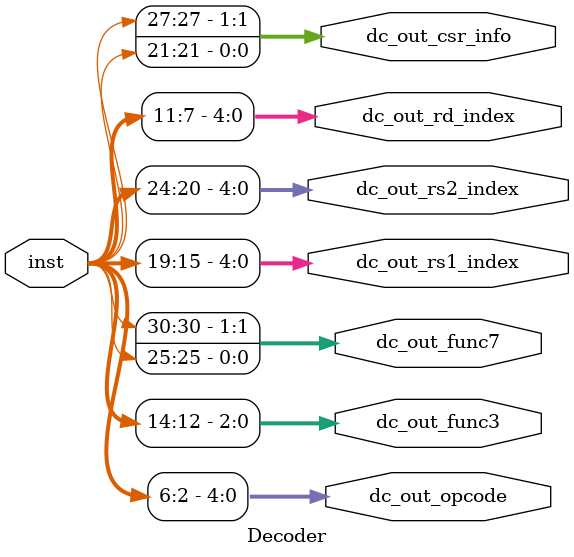
<source format=sv>
module Decoder (
    input logic [31:0] inst,
    output logic [4:0] dc_out_opcode,     
    output logic [2:0] dc_out_func3,
    output logic [1:0] dc_out_func7,     
    output logic [4:0] dc_out_rs1_index,
    output logic [4:0] dc_out_rs2_index,
    output logic [4:0] dc_out_rd_index,
    output logic [1:0] dc_out_csr_info
);
    always_comb begin
        dc_out_opcode = inst[6:2];     // the last 2 bits of the opcode are always '11'-> only 5 bits required
        dc_out_func3 = inst[14:12];  
        dc_out_func7 = {inst[30], inst[25]};  // function7 of R-format instruction (add multiplication extension)
        dc_out_rs1_index = inst[19:15];
        dc_out_rs2_index = inst[24:20];
        dc_out_rd_index = inst[11:7];
        dc_out_csr_info = {inst[27], inst[21]};
    end
endmodule
</source>
